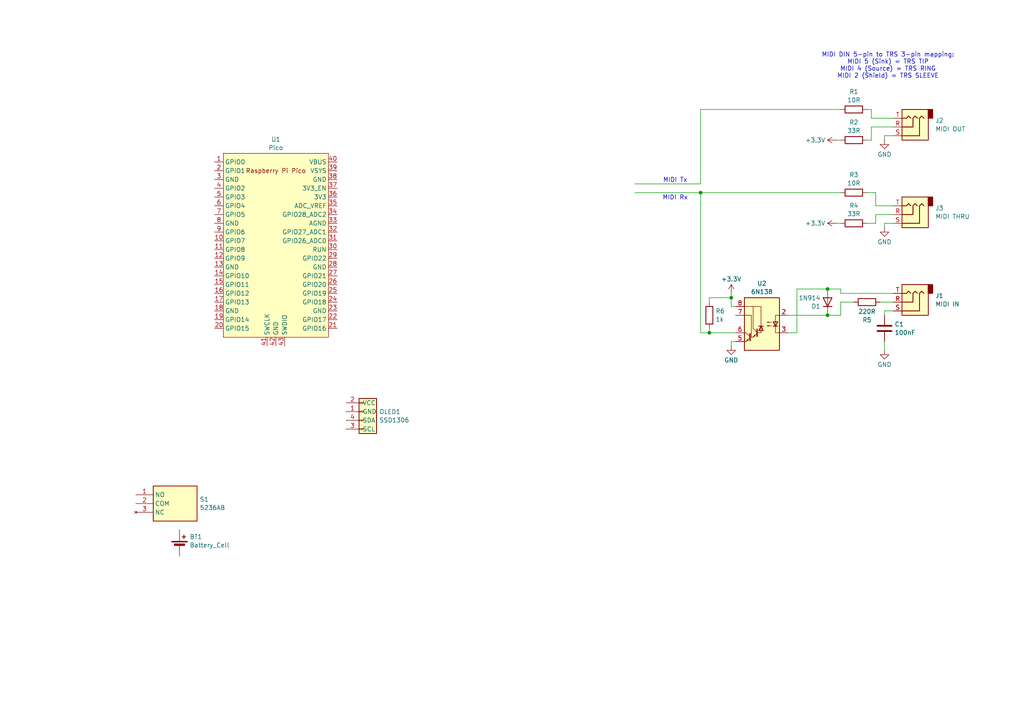
<source format=kicad_sch>
(kicad_sch (version 20231120) (generator "eeschema") (generator_version "8.0")
  (paper "A4")
  (title_block (title "LARS V3") (date "2024-05-15") (rev "1") (comment 1 "https://git.xythobuz.de/thomas/drumkit") (comment 2 "Licensed under the CERN-OHL-S-2.0+") (comment 4 "Copyright (c) 2024 Thomas Buck, Kauzerei"))
  (lib_symbols
    (symbol "5236ab:5236AB"
      (property "Reference" "S" (at 19.05 7.62 0))
      (property "Value" "5236AB" (at 19.05 5.08 0))
      (symbol "5236AB_1_1"
        (rectangle (start 5.08 2.54) (end 17.78 -7.62) (stroke (width 0.254)) (fill (type background)))
        (pin passive line (at 0 0 0) (length 5.08) (name "NO") (number "1"))
        (pin passive line (at 0 -2.54 0) (length 5.08) (name "COM") (number "2"))
        (pin no_connect line (at 0 -5.08 0) (length 5.08) (name "NC") (number "3"))
      )
    )
    (symbol "Connector_Audio:AudioJack3"
      (property "Reference" "J" (at 0 8.89 0))
      (property "Value" "AudioJack3" (at 0 6.35 0))
      (symbol "AudioJack3_0_1"
        (rectangle (start -5.08 -5.08) (end -6.35 -2.54) (stroke (width 0.254)) (fill (type outline)))
        (polyline (pts (xy 0 -2.54) (xy 0.635 -3.175) (xy 1.27 -2.54) (xy 2.54 -2.54)) (stroke (width 0.254)))
        (polyline (pts (xy -1.905 -2.54) (xy -1.27 -3.175) (xy -0.635 -2.54) (xy -0.635 0) (xy 2.54 0)) (stroke (width 0.254)))
        (polyline (pts (xy 2.54 2.54) (xy -2.54 2.54) (xy -2.54 -2.54) (xy -3.175 -3.175) (xy -3.81 -2.54)) (stroke (width 0.254)))
        (rectangle (start 2.54 3.81) (end -5.08 -5.08) (stroke (width 0.254)) (fill (type background)))
      )
      (symbol "AudioJack3_1_1"
        (pin passive line (at 5.08 0 180) (length 2.54) (name "~") (number "R"))
        (pin passive line (at 5.08 2.54 180) (length 2.54) (name "~") (number "S"))
        (pin passive line (at 5.08 -2.54 180) (length 2.54) (name "~") (number "T"))
      )
    )
    (symbol "Device:Battery_Cell" (pin_numbers hide) (pin_names (offset 0) hide)
      (property "Reference" "BT" (at 2.54 2.54 0))
      (property "Value" "Battery_Cell" (at 2.54 0 0))
      (symbol "Battery_Cell_0_1"
        (rectangle (start -2.286 1.778) (end 2.286 1.524) (fill (type outline)))
        (rectangle (start -1.524 1.016) (end 1.524 0.508) (fill (type outline)))
        (polyline (pts (xy 0 0.762) (xy 0 0)))
        (polyline (pts (xy 0 1.778) (xy 0 2.54)))
        (polyline (pts (xy 0.762 3.048) (xy 1.778 3.048)) (stroke (width 0.254)))
        (polyline (pts (xy 1.27 3.556) (xy 1.27 2.54)) (stroke (width 0.254)))
      )
      (symbol "Battery_Cell_1_1"
        (pin passive line (at 0 5.08 270) (length 2.54) (name "+") (number "1"))
        (pin passive line (at 0 -2.54 90) (length 2.54) (name "-") (number "2"))
      )
    )
    (symbol "Device:C" (pin_numbers hide) (pin_names (offset 0.254))
      (property "Reference" "C" (at 0.635 2.54 0))
      (property "Value" "C" (at 0.635 -2.54 0))
      (symbol "C_0_1"
        (polyline (pts (xy -2.032 -0.762) (xy 2.032 -0.762)) (stroke (width 0.508)))
        (polyline (pts (xy -2.032 0.762) (xy 2.032 0.762)) (stroke (width 0.508)))
      )
      (symbol "C_1_1"
        (pin passive line (at 0 3.81 270) (length 2.794) (name "~") (number "1"))
        (pin passive line (at 0 -3.81 90) (length 2.794) (name "~") (number "2"))
      )
    )
    (symbol "Device:R" (pin_numbers hide) (pin_names (offset 0))
      (property "Reference" "R" (at 2.032 0 90))
      (property "Value" "R" (at 0 0 90))
      (symbol "R_0_1"
        (rectangle (start -1.016 -2.54) (end 1.016 2.54) (stroke (width 0.254)))
      )
      (symbol "R_1_1"
        (pin passive line (at 0 3.81 270) (length 1.27) (name "~") (number "1"))
        (pin passive line (at 0 -3.81 90) (length 1.27) (name "~") (number "2"))
      )
    )
    (symbol "Diode:1N914" (pin_numbers hide) (pin_names hide)
      (property "Reference" "D" (at 0 2.54 0))
      (property "Value" "1N914" (at 0 -2.54 0))
      (symbol "1N914_0_1"
        (polyline (pts (xy -1.27 1.27) (xy -1.27 -1.27)) (stroke (width 0.254)))
        (polyline (pts (xy 1.27 0) (xy -1.27 0)))
        (polyline (pts (xy 1.27 1.27) (xy 1.27 -1.27) (xy -1.27 0) (xy 1.27 1.27)) (stroke (width 0.254)))
      )
      (symbol "1N914_1_1"
        (pin passive line (at -3.81 0 0) (length 2.54) (name "K") (number "1"))
        (pin passive line (at 3.81 0 180) (length 2.54) (name "A") (number "2"))
      )
    )
    (symbol "Isolator:6N138" (pin_names (offset 1.016) hide)
      (property "Reference" "U" (at -4.064 8.89 0))
      (property "Value" "6N138" (at 2.286 8.89 0))
      (symbol "6N138_0_1"
        (rectangle (start -5.08 7.62) (end 5.08 -7.62) (stroke (width 0.254)) (fill (type background)))
        (polyline (pts (xy -4.572 -0.635) (xy -3.302 -0.635)) (stroke (width 0.254)))
        (polyline (pts (xy 0.889 -0.635) (xy -0.381 -0.635)) (stroke (width 0.254)))
        (polyline (pts (xy 1.397 -2.667) (xy 2.54 -3.81)))
        (polyline (pts (xy 1.397 -2.413) (xy 2.54 -1.27)))
        (polyline (pts (xy 2.54 -3.81) (xy 3.175 -3.81)))
        (polyline (pts (xy 3.429 -3.937) (xy 4.572 -5.08)))
        (polyline (pts (xy 3.429 -3.683) (xy 4.572 -2.54)))
        (polyline (pts (xy 4.572 -5.08) (xy 5.08 -5.08)))
        (polyline (pts (xy 4.572 -2.54) (xy 5.08 -2.54)))
        (polyline (pts (xy 1.397 -1.524) (xy 1.397 -3.556) (xy 1.397 -3.556)) (stroke (width 0.3556)))
        (polyline (pts (xy 2.54 -1.27) (xy 2.54 5.08) (xy 5.08 5.08)))
        (polyline (pts (xy 3.429 -2.794) (xy 3.429 -4.826) (xy 3.429 -4.826)) (stroke (width 0.3556)))
        (polyline (pts (xy 5.08 2.54) (xy 3.048 2.54) (xy 3.048 -3.81)))
        (polyline (pts (xy -5.08 -2.54) (xy -3.937 -2.54) (xy -3.937 2.54) (xy -5.08 2.54)))
        (polyline (pts (xy -3.937 -0.635) (xy -4.572 0.635) (xy -3.302 0.635) (xy -3.937 -0.635)) (stroke (width 0.254)))
        (polyline (pts (xy 0.254 -0.635) (xy 0.889 -1.905) (xy -0.381 -1.905) (xy 0.254 -0.635)) (stroke (width 0.254)))
        (polyline (pts (xy 1.27 -2.54) (xy 0.254 -2.54) (xy 0.254 5.08) (xy 2.54 5.08)))
        (polyline (pts (xy 2.413 -3.683) (xy 2.159 -3.175) (xy 1.905 -3.429) (xy 2.413 -3.683)))
        (polyline (pts (xy 4.445 -4.953) (xy 4.191 -4.445) (xy 3.937 -4.699) (xy 4.445 -4.953)))
        (polyline (pts (xy -2.794 -0.508) (xy -1.524 -0.508) (xy -1.905 -0.635) (xy -1.905 -0.381) (xy -1.524 -0.508)))
        (polyline (pts (xy -2.794 0.508) (xy -1.524 0.508) (xy -1.905 0.381) (xy -1.905 0.635) (xy -1.524 0.508)))
      )
      (symbol "6N138_1_1"
        (pin no_connect line (at -5.08 5.08 0) (length 2.54) hide (name "NC") (number "1"))
        (pin passive line (at -7.62 2.54 0) (length 2.54) (name "C1") (number "2"))
        (pin passive line (at -7.62 -2.54 0) (length 2.54) (name "C2") (number "3"))
        (pin no_connect line (at -5.08 -5.08 0) (length 2.54) hide (name "NC") (number "4"))
        (pin passive line (at 7.62 -5.08 180) (length 2.54) (name "GND") (number "5"))
        (pin passive line (at 7.62 -2.54 180) (length 2.54) (name "VO2") (number "6"))
        (pin passive line (at 7.62 2.54 180) (length 2.54) (name "VO1") (number "7"))
        (pin passive line (at 7.62 5.08 180) (length 2.54) (name "VCC") (number "8"))
      )
    )
    (symbol "KiCad-RP-Pico:Pico"
      (property "Reference" "U" (at -13.97 27.94 0))
      (property "Value" "Pico" (at 0 19.05 0))
      (symbol "Pico_0_0"
        (text "Raspberry Pi Pico" (at 0 21.59 0) (effects (font (size 1.27 1.27))))
      )
      (symbol "Pico_0_1"
        (rectangle (start -15.24 26.67) (end 15.24 -26.67) (fill (type background)))
      )
      (symbol "Pico_1_1"
        (pin bidirectional line (at -17.78 24.13 0) (length 2.54) (name "GPIO0") (number "1"))
        (pin bidirectional line (at -17.78 1.27 0) (length 2.54) (name "GPIO7") (number "10"))
        (pin bidirectional line (at -17.78 -1.27 0) (length 2.54) (name "GPIO8") (number "11"))
        (pin bidirectional line (at -17.78 -3.81 0) (length 2.54) (name "GPIO9") (number "12"))
        (pin power_in line (at -17.78 -6.35 0) (length 2.54) (name "GND") (number "13"))
        (pin bidirectional line (at -17.78 -8.89 0) (length 2.54) (name "GPIO10") (number "14"))
        (pin bidirectional line (at -17.78 -11.43 0) (length 2.54) (name "GPIO11") (number "15"))
        (pin bidirectional line (at -17.78 -13.97 0) (length 2.54) (name "GPIO12") (number "16"))
        (pin bidirectional line (at -17.78 -16.51 0) (length 2.54) (name "GPIO13") (number "17"))
        (pin power_in line (at -17.78 -19.05 0) (length 2.54) (name "GND") (number "18"))
        (pin bidirectional line (at -17.78 -21.59 0) (length 2.54) (name "GPIO14") (number "19"))
        (pin bidirectional line (at -17.78 21.59 0) (length 2.54) (name "GPIO1") (number "2"))
        (pin bidirectional line (at -17.78 -24.13 0) (length 2.54) (name "GPIO15") (number "20"))
        (pin bidirectional line (at 17.78 -24.13 180) (length 2.54) (name "GPIO16") (number "21"))
        (pin bidirectional line (at 17.78 -21.59 180) (length 2.54) (name "GPIO17") (number "22"))
        (pin power_in line (at 17.78 -19.05 180) (length 2.54) (name "GND") (number "23"))
        (pin bidirectional line (at 17.78 -16.51 180) (length 2.54) (name "GPIO18") (number "24"))
        (pin bidirectional line (at 17.78 -13.97 180) (length 2.54) (name "GPIO19") (number "25"))
        (pin bidirectional line (at 17.78 -11.43 180) (length 2.54) (name "GPIO20") (number "26"))
        (pin bidirectional line (at 17.78 -8.89 180) (length 2.54) (name "GPIO21") (number "27"))
        (pin power_in line (at 17.78 -6.35 180) (length 2.54) (name "GND") (number "28"))
        (pin bidirectional line (at 17.78 -3.81 180) (length 2.54) (name "GPIO22") (number "29"))
        (pin power_in line (at -17.78 19.05 0) (length 2.54) (name "GND") (number "3"))
        (pin input line (at 17.78 -1.27 180) (length 2.54) (name "RUN") (number "30"))
        (pin bidirectional line (at 17.78 1.27 180) (length 2.54) (name "GPIO26_ADC0") (number "31"))
        (pin bidirectional line (at 17.78 3.81 180) (length 2.54) (name "GPIO27_ADC1") (number "32"))
        (pin power_in line (at 17.78 6.35 180) (length 2.54) (name "AGND") (number "33"))
        (pin bidirectional line (at 17.78 8.89 180) (length 2.54) (name "GPIO28_ADC2") (number "34"))
        (pin input line (at 17.78 11.43 180) (length 2.54) (name "ADC_VREF") (number "35"))
        (pin power_out line (at 17.78 13.97 180) (length 2.54) (name "3V3") (number "36"))
        (pin input line (at 17.78 16.51 180) (length 2.54) (name "3V3_EN") (number "37"))
        (pin power_in line (at 17.78 19.05 180) (length 2.54) (name "GND") (number "38"))
        (pin power_in line (at 17.78 21.59 180) (length 2.54) (name "VSYS") (number "39"))
        (pin bidirectional line (at -17.78 16.51 0) (length 2.54) (name "GPIO2") (number "4"))
        (pin power_in line (at 17.78 24.13 180) (length 2.54) (name "VBUS") (number "40"))
        (pin input line (at -2.54 -29.21 90) (length 2.54) (name "SWCLK") (number "41"))
        (pin power_in line (at 0 -29.21 90) (length 2.54) (name "GND") (number "42"))
        (pin bidirectional line (at 2.54 -29.21 90) (length 2.54) (name "SWDIO") (number "43"))
        (pin bidirectional line (at -17.78 13.97 0) (length 2.54) (name "GPIO3") (number "5"))
        (pin bidirectional line (at -17.78 11.43 0) (length 2.54) (name "GPIO4") (number "6"))
        (pin bidirectional line (at -17.78 8.89 0) (length 2.54) (name "GPIO5") (number "7"))
        (pin power_in line (at -17.78 6.35 0) (length 2.54) (name "GND") (number "8"))
        (pin bidirectional line (at -17.78 3.81 0) (length 2.54) (name "GPIO6") (number "9"))
      )
    )
    (symbol "power:+3.3V" (power) (pin_numbers hide) (pin_names (offset 0) hide)
      (property "Value" "+3.3V" (at 0 3.556 0))
      (symbol "+3.3V_0_1"
        (polyline (pts (xy -0.762 1.27) (xy 0 2.54)))
        (polyline (pts (xy 0 0) (xy 0 2.54)))
        (polyline (pts (xy 0 2.54) (xy 0.762 1.27)))
      )
      (symbol "+3.3V_1_1"
        (pin power_in line (at 0 0 90) (length 0) (name "~") (number "1"))
      )
    )
    (symbol "power:GND" (power) (pin_numbers hide) (pin_names (offset 0) hide)
      (property "Value" "GND" (at 0 -3.81 0))
      (symbol "GND_0_1"
        (polyline (pts (xy 0 0) (xy 0 -1.27) (xy 1.27 -1.27) (xy 0 -2.54) (xy -1.27 -1.27) (xy 0 -1.27)))
      )
      (symbol "GND_1_1"
        (pin power_in line (at 0 0 270) (length 0) (name "~") (number "1"))
      )
    )
    (symbol "ssd1306:SSD1306" (pin_names (offset 1.016))
      (property "Reference" "OLED" (at 0 5.08 0))
      (property "Value" "SSD1306" (at 0 -7.62 0))
      (symbol "SSD1306_1_1"
        (rectangle (start -1.27 -4.953) (end 0 -5.207) (stroke (width 0.1524)))
        (rectangle (start -1.27 -2.413) (end 0 -2.667) (stroke (width 0.1524)))
        (rectangle (start -1.27 0.127) (end 0 -0.127) (stroke (width 0.1524)))
        (rectangle (start -1.27 2.667) (end 0 2.413) (stroke (width 0.1524)))
        (rectangle (start -1.27 3.81) (end 3.81 -6.35) (stroke (width 0.254)) (fill (type background)))
        (pin power_in line (at -5.08 0 0) (length 3.81) (name "GND") (number "1"))
        (pin power_in line (at -5.08 2.54 0) (length 3.81) (name "VCC") (number "2"))
        (pin input line (at -5.08 -5.08 0) (length 3.81) (name "SCL") (number "3"))
        (pin bidirectional line (at -5.08 -2.54 0) (length 3.81) (name "SDA") (number "4"))
      )
    )
  )
  (junction (at 203.2 55.88))
  (junction (at 240.03 91.44))
  (junction (at 205.74 96.52))
  (junction (at 240.03 83.82))
  (junction (at 212.09 86.36))
  (wire (pts (xy 256.54 64.77) (xy 256.54 66.04)))
  (wire (pts (xy 203.2 96.52) (xy 203.2 55.88)))
  (wire (pts (xy 254 62.23) (xy 259.08 62.23)))
  (wire (pts (xy 247.65 87.63) (xy 243.84 87.63)))
  (wire (pts (xy 184.15 55.88) (xy 203.2 55.88)))
  (wire (pts (xy 242.57 64.77) (xy 243.84 64.77)))
  (wire (pts (xy 203.2 31.75) (xy 203.2 53.34)))
  (wire (pts (xy 254 55.88) (xy 254 59.69)))
  (wire (pts (xy 251.46 64.77) (xy 254 64.77)))
  (wire (pts (xy 203.2 55.88) (xy 243.84 55.88)))
  (wire (pts (xy 212.09 86.36) (xy 212.09 85.09)))
  (wire (pts (xy 228.6 91.44) (xy 240.03 91.44)))
  (wire (pts (xy 259.08 39.37) (xy 256.54 39.37)))
  (wire (pts (xy 252.73 36.83) (xy 252.73 40.64)))
  (wire (pts (xy 252.73 34.29) (xy 252.73 31.75)))
  (wire (pts (xy 256.54 90.17) (xy 256.54 91.44)))
  (wire (pts (xy 243.84 87.63) (xy 243.84 91.44)))
  (wire (pts (xy 254 59.69) (xy 259.08 59.69)))
  (wire (pts (xy 251.46 55.88) (xy 254 55.88)))
  (wire (pts (xy 205.74 87.63) (xy 205.74 86.36)))
  (wire (pts (xy 256.54 39.37) (xy 256.54 40.64)))
  (wire (pts (xy 259.08 64.77) (xy 256.54 64.77)))
  (wire (pts (xy 252.73 31.75) (xy 251.46 31.75)))
  (wire (pts (xy 231.14 83.82) (xy 240.03 83.82)))
  (wire (pts (xy 259.08 90.17) (xy 256.54 90.17)))
  (wire (pts (xy 254 64.77) (xy 254 62.23)))
  (wire (pts (xy 231.14 96.52) (xy 228.6 96.52)))
  (wire (pts (xy 213.36 99.06) (xy 212.09 99.06)))
  (wire (pts (xy 259.08 36.83) (xy 252.73 36.83)))
  (wire (pts (xy 212.09 88.9) (xy 212.09 86.36)))
  (wire (pts (xy 259.08 34.29) (xy 252.73 34.29)))
  (wire (pts (xy 240.03 83.82) (xy 243.84 83.82)))
  (wire (pts (xy 243.84 85.09) (xy 243.84 83.82)))
  (wire (pts (xy 259.08 85.09) (xy 243.84 85.09)))
  (wire (pts (xy 212.09 99.06) (xy 212.09 100.33)))
  (wire (pts (xy 213.36 96.52) (xy 205.74 96.52)))
  (wire (pts (xy 243.84 31.75) (xy 203.2 31.75)))
  (wire (pts (xy 255.27 87.63) (xy 259.08 87.63)))
  (wire (pts (xy 252.73 40.64) (xy 251.46 40.64)))
  (wire (pts (xy 231.14 83.82) (xy 231.14 96.52)))
  (wire (pts (xy 240.03 91.44) (xy 243.84 91.44)))
  (wire (pts (xy 184.15 53.34) (xy 203.2 53.34)))
  (wire (pts (xy 205.74 96.52) (xy 203.2 96.52)))
  (wire (pts (xy 205.74 95.25) (xy 205.74 96.52)))
  (wire (pts (xy 213.36 88.9) (xy 212.09 88.9)))
  (wire (pts (xy 205.74 86.36) (xy 212.09 86.36)))
  (wire (pts (xy 256.54 99.06) (xy 256.54 101.6)))
  (wire (pts (xy 242.57 40.64) (xy 243.84 40.64)))
  (text "MIDI DIN 5-pin to TRS 3-pin mapping:\nMIDI 5 (Sink) = TRS TIP\nMIDI 4 (Source) = TRS RING\nMIDI 2 (Shield) = TRS SLEEVE" (at 257.556 19.05 0) (effects (font (size 1.27 1.27))))
  (text "MIDI Tx" (at 195.834 52.324 0) (effects (font (size 1.27 1.27))))
  (text "MIDI Rx" (at 195.834 57.404 0) (effects (font (size 1.27 1.27))))
  (symbol (lib_id "power:GND") (at 256.54 66.04 0) (unit 1)
    (property "Reference" "#PWR03" (effects (hide yes)))
    (property "Value" "GND" (at 256.54 70.1731 0))
    (property "Description" "Power symbol creates a global label with name \"GND\" , ground" (effects (hide yes)))
  )
  (symbol (lib_id "power:GND") (at 256.54 40.64 0) (unit 1)
    (property "Reference" "#PWR01" (effects (hide yes)))
    (property "Value" "GND" (at 256.54 44.7731 0))
    (property "Description" "Power symbol creates a global label with name \"GND\" , ground" (effects (hide yes)))
  )
  (symbol (lib_id "Device:R") (at 205.74 91.44 0) (unit 1)
    (property "Reference" "R6" (at 207.518 90.2278 0) (effects (justify left)))
    (property "Value" "1k" (at 207.518 92.6521 0) (effects (justify left)))
    (property "Description" "Resistor" (effects (hide yes)))
  )
  (symbol (lib_id "Device:R") (at 247.65 64.77 90) (unit 1)
    (property "Reference" "R4" (at 247.65 59.6095 90))
    (property "Value" "33R" (at 247.65 62.0338 90))
    (property "Description" "Resistor" (effects (hide yes)))
  )
  (symbol (lib_id "power:+3.3V") (at 212.09 85.09 0) (unit 1)
    (property "Reference" "#PWR07" (effects (hide yes)))
    (property "Value" "+3.3V" (at 212.09 80.9569 0))
    (property "Description" "Power symbol creates a global label with name \"+3.3V\"" (effects (hide yes)))
  )
  (symbol (lib_id "Device:C") (at 256.54 95.25 0) (unit 1)
    (property "Reference" "C1" (at 259.461 94.0378 0) (effects (justify left)))
    (property "Value" "100nF" (at 259.461 96.4621 0) (effects (justify left)))
    (property "Description" "Unpolarized capacitor" (effects (hide yes)))
  )
  (symbol (lib_id "5236ab:5236AB") (at 39.37 143.51 0) (unit 1)
    (property "Reference" "S1" (at 57.912 144.8378 0) (effects (justify left)))
    (property "Value" "5236AB" (at 57.912 147.2621 0) (effects (justify left)))
    (property "Footprint" "5236AB" (effects (hide yes)))
    (property "Datasheet" "https://datasheet.datasheetarchive.com/originals/dk/DKDS-29/572872.pdf" (effects (hide yes)))
    (property "Description" "SWITCH TOGGLE SPDT 6A 125V" (effects (hide yes)))
    (property "Height" "31.8" (effects (hide yes)))
    (property "Manufacturer_Name" "Apem" (effects (hide yes)))
    (property "Manufacturer_Part_Number" "5236AB" (effects (hide yes)))
  )
  (symbol (lib_id "Device:R") (at 251.46 87.63 270) (unit 1)
    (property "Reference" "R5" (at 251.46 92.7905 90))
    (property "Value" "220R" (at 251.46 90.3662 90))
    (property "Description" "Resistor" (effects (hide yes)))
  )
  (symbol (lib_id "Connector_Audio:AudioJack3") (at 264.16 87.63 180) (unit 1)
    (property "Reference" "J1" (at 271.272 85.7828 0) (effects (justify right)))
    (property "Value" "MIDI IN" (at 271.272 88.2071 0) (effects (justify right)))
    (property "Footprint" "Connector_Audio:Jack_3.5mm_Lumberg_1503_02_Horizontal" (effects (hide yes)))
    (property "Description" "Audio Jack, 3 Poles (Stereo / TRS)" (effects (hide yes)))
  )
  (symbol (lib_id "Device:R") (at 247.65 31.75 90) (unit 1)
    (property "Reference" "R1" (at 247.65 26.5895 90))
    (property "Value" "10R" (at 247.65 29.0138 90))
    (property "Description" "Resistor" (effects (hide yes)))
  )
  (symbol (lib_id "Connector_Audio:AudioJack3") (at 264.16 36.83 180) (unit 1)
    (property "Reference" "J2" (at 271.272 34.9828 0) (effects (justify right)))
    (property "Value" "MIDI OUT" (at 271.272 37.4071 0) (effects (justify right)))
    (property "Footprint" "Connector_Audio:Jack_3.5mm_Lumberg_1503_02_Horizontal" (effects (hide yes)))
    (property "Description" "Audio Jack, 3 Poles (Stereo / TRS)" (effects (hide yes)))
  )
  (symbol (lib_id "Device:R") (at 247.65 40.64 90) (unit 1)
    (property "Reference" "R2" (at 247.65 35.4795 90))
    (property "Value" "33R" (at 247.65 37.9038 90))
    (property "Description" "Resistor" (effects (hide yes)))
  )
  (symbol (lib_id "Diode:1N914") (at 240.03 87.63 90) (unit 1)
    (property "Reference" "D1" (at 237.998 88.8422 90) (effects (justify left)))
    (property "Value" "1N914" (at 237.998 86.4179 90) (effects (justify left)))
    (property "Footprint" "Diode_THT:D_DO-35_SOD27_P7.62mm_Horizontal" (effects (hide yes)))
    (property "Datasheet" "http://www.vishay.com/docs/85622/1n914.pdf" (effects (hide yes)))
    (property "Description" "100V 0.3A Small Signal Fast Switching Diode, DO-35" (effects (hide yes)))
    (property "Sim.Device" "D" (effects (hide yes)))
    (property "Sim.Pins" "1=K 2=A" (effects (hide yes)))
  )
  (symbol (lib_id "Isolator:6N138") (at 220.98 93.98 0) (mirror y) (unit 1)
    (property "Reference" "U2" (at 220.98 82.2155 0))
    (property "Value" "6N138" (at 220.98 84.6398 0))
    (property "Footprint" "Package_DIP:DIP-8_W7.62mm" (effects (hide yes)))
    (property "Datasheet" "http://www.onsemi.com/pub/Collateral/HCPL2731-D.pdf" (effects (hide yes)))
    (property "Description" "Low Input Current high Gain Split Darlington Optocouplers, -0.5V to 7V VDD, DIP-8" (effects (hide yes)))
  )
  (symbol (lib_id "KiCad-RP-Pico:Pico") (at 80.01 71.12 0) (unit 1)
    (property "Reference" "U1" (at 80.01 40.4325 0))
    (property "Value" "Pico" (at 80.01 42.8568 0))
    (property "Footprint" "KiCad-RP-Pico:RPi_Pico_SMD_TH" (effects (hide yes)))
  )
  (symbol (lib_id "Device:Battery_Cell") (at 52.07 158.75 0) (unit 1)
    (property "Reference" "BT1" (at 54.991 155.6963 0) (effects (justify left)))
    (property "Value" "Battery_Cell" (at 54.991 158.1206 0) (effects (justify left)))
    (property "Footprint" "Battery:BatteryHolder_Keystone_1042_1x18650" (effects (hide yes)))
    (property "Description" "Single-cell battery" (effects (hide yes)))
  )
  (symbol (lib_id "power:+3.3V") (at 242.57 64.77 90) (unit 1)
    (property "Reference" "#PWR04" (effects (hide yes)))
    (property "Value" "+3.3V" (at 239.395 64.77 90) (effects (justify left)))
    (property "Description" "Power symbol creates a global label with name \"+3.3V\"" (effects (hide yes)))
  )
  (symbol (lib_id "power:+3.3V") (at 242.57 40.64 90) (unit 1)
    (property "Reference" "#PWR02" (effects (hide yes)))
    (property "Value" "+3.3V" (at 239.395 40.64 90) (effects (justify left)))
    (property "Description" "Power symbol creates a global label with name \"+3.3V\"" (effects (hide yes)))
  )
  (symbol (lib_id "Device:R") (at 247.65 55.88 90) (unit 1)
    (property "Reference" "R3" (at 247.65 50.7195 90))
    (property "Value" "10R" (at 247.65 53.1438 90))
    (property "Description" "Resistor" (effects (hide yes)))
  )
  (symbol (lib_id "ssd1306:SSD1306") (at 105.41 119.38 0) (unit 1)
    (property "Reference" "OLED1" (at 109.982 119.4378 0) (effects (justify left)))
    (property "Value" "SSD1306" (at 109.982 121.8621 0) (effects (justify left)))
    (property "Footprint" "ssd1306:SSD1306_0.96_Oled" (effects (hide yes)))
    (property "Description" "OLED 0.96 128x64 I2C" (effects (hide yes)))
  )
  (symbol (lib_id "power:GND") (at 212.09 100.33 0) (unit 1)
    (property "Reference" "#PWR06" (effects (hide yes)))
    (property "Value" "GND" (at 212.09 104.4631 0))
    (property "Description" "Power symbol creates a global label with name \"GND\" , ground" (effects (hide yes)))
  )
  (symbol (lib_id "power:GND") (at 256.54 101.6 0) (unit 1)
    (property "Reference" "#PWR05" (effects (hide yes)))
    (property "Value" "GND" (at 256.54 105.7331 0))
    (property "Description" "Power symbol creates a global label with name \"GND\" , ground" (effects (hide yes)))
  )
  (symbol (lib_id "Connector_Audio:AudioJack3") (at 264.16 62.23 180) (unit 1)
    (property "Reference" "J3" (at 271.272 60.3828 0) (effects (justify right)))
    (property "Value" "MIDI THRU" (at 271.272 62.8071 0) (effects (justify right)))
    (property "Footprint" "Connector_Audio:Jack_3.5mm_Lumberg_1503_02_Horizontal" (effects (hide yes)))
    (property "Description" "Audio Jack, 3 Poles (Stereo / TRS)" (effects (hide yes)))
  )
)
</source>
